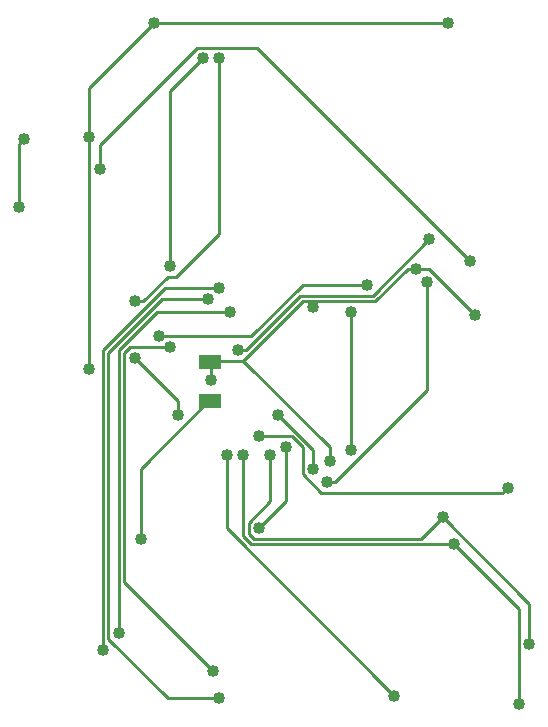
<source format=gbl>
G75*
%MOIN*%
%OFA0B0*%
%FSLAX25Y25*%
%IPPOS*%
%LPD*%
%AMOC8*
5,1,8,0,0,1.08239X$1,22.5*
%
%ADD10R,0.07500X0.05000*%
%ADD11C,0.01000*%
%ADD12C,0.04000*%
D10*
X0131709Y0124815D03*
X0131709Y0137815D03*
D11*
X0131894Y0138194D01*
X0142694Y0138194D01*
X0171494Y0109394D01*
X0171494Y0104894D01*
X0166094Y0102194D02*
X0166094Y0108494D01*
X0154394Y0120194D01*
X0158894Y0112994D02*
X0148094Y0112994D01*
X0151694Y0106694D02*
X0151694Y0091394D01*
X0144494Y0084194D01*
X0144494Y0080594D01*
X0146294Y0078794D01*
X0202094Y0078794D01*
X0209294Y0085994D01*
X0238094Y0057194D01*
X0238094Y0043694D01*
X0234494Y0055394D02*
X0212894Y0076994D01*
X0145394Y0076994D01*
X0142694Y0079694D01*
X0142694Y0106694D01*
X0137294Y0106694D02*
X0137294Y0082394D01*
X0193094Y0026594D01*
X0234494Y0023894D02*
X0234494Y0055394D01*
X0229094Y0094094D02*
X0230894Y0095894D01*
X0229094Y0094094D02*
X0168794Y0094094D01*
X0162494Y0100394D01*
X0162494Y0109394D01*
X0158894Y0112994D01*
X0157094Y0109394D02*
X0157094Y0091394D01*
X0148094Y0082394D01*
X0170594Y0097694D02*
X0173294Y0097694D01*
X0203894Y0128294D01*
X0203894Y0164294D01*
X0204794Y0168794D02*
X0200294Y0168794D01*
X0197594Y0168794D01*
X0186794Y0157994D01*
X0166094Y0157994D01*
X0166094Y0156194D01*
X0166094Y0157994D02*
X0162494Y0157994D01*
X0142694Y0138194D01*
X0143594Y0141794D02*
X0140894Y0141794D01*
X0143594Y0141794D02*
X0161594Y0159794D01*
X0185894Y0159794D01*
X0204794Y0178694D01*
X0204794Y0168794D02*
X0220094Y0153494D01*
X0218294Y0171494D02*
X0147194Y0242594D01*
X0127394Y0242594D01*
X0094994Y0210194D01*
X0094994Y0202094D01*
X0091394Y0212894D02*
X0091394Y0135494D01*
X0095894Y0141794D02*
X0095894Y0041894D01*
X0097694Y0045494D02*
X0117494Y0025694D01*
X0134594Y0025694D01*
X0132794Y0034694D02*
X0103094Y0064394D01*
X0103094Y0140894D01*
X0104894Y0142694D01*
X0118394Y0142694D01*
X0114794Y0146294D02*
X0145394Y0146294D01*
X0162494Y0163394D01*
X0184094Y0163394D01*
X0178694Y0154394D02*
X0178694Y0108494D01*
X0138194Y0154394D02*
X0113894Y0154394D01*
X0101294Y0141794D01*
X0101294Y0047294D01*
X0097694Y0045494D02*
X0097694Y0140894D01*
X0115694Y0158894D01*
X0130994Y0158894D01*
X0134594Y0162494D02*
X0116594Y0162494D01*
X0095894Y0141794D01*
X0106694Y0139094D02*
X0121094Y0124694D01*
X0121094Y0120194D01*
X0130994Y0124694D02*
X0131709Y0124815D01*
X0130994Y0124694D02*
X0108494Y0102194D01*
X0108494Y0078794D01*
X0131894Y0131894D02*
X0131894Y0137294D01*
X0131709Y0137815D01*
X0109394Y0157994D02*
X0117494Y0166094D01*
X0120194Y0166094D01*
X0134594Y0180494D01*
X0134594Y0238994D01*
X0129194Y0238994D02*
X0118394Y0228194D01*
X0118394Y0169694D01*
X0109394Y0157994D02*
X0106694Y0157994D01*
X0067994Y0189494D02*
X0067994Y0210194D01*
X0069794Y0211994D01*
X0091394Y0212894D02*
X0091394Y0229094D01*
X0112994Y0250694D01*
X0211094Y0250694D01*
D12*
X0095894Y0041894D03*
X0101294Y0047294D03*
X0108494Y0078794D03*
X0137294Y0106694D03*
X0142694Y0106694D03*
X0148094Y0112994D03*
X0151694Y0106694D03*
X0157094Y0109394D03*
X0166094Y0102194D03*
X0171494Y0104894D03*
X0170594Y0097694D03*
X0178694Y0108494D03*
X0154394Y0120194D03*
X0140894Y0141794D03*
X0131894Y0131894D03*
X0121094Y0120194D03*
X0106694Y0139094D03*
X0114794Y0146294D03*
X0118394Y0142694D03*
X0106694Y0157994D03*
X0118394Y0169694D03*
X0130994Y0158894D03*
X0134594Y0162494D03*
X0138194Y0154394D03*
X0166094Y0156194D03*
X0178694Y0154394D03*
X0184094Y0163394D03*
X0200294Y0168794D03*
X0203894Y0164294D03*
X0218294Y0171494D03*
X0204794Y0178694D03*
X0220094Y0153494D03*
X0230894Y0095894D03*
X0212894Y0076994D03*
X0209294Y0085994D03*
X0238094Y0043694D03*
X0234494Y0023894D03*
X0193094Y0026594D03*
X0148094Y0082394D03*
X0132794Y0034694D03*
X0134594Y0025694D03*
X0091394Y0135494D03*
X0067994Y0189494D03*
X0069794Y0211994D03*
X0091394Y0212894D03*
X0094994Y0202094D03*
X0129194Y0238994D03*
X0134594Y0238994D03*
X0112994Y0250694D03*
X0211094Y0250694D03*
M02*

</source>
